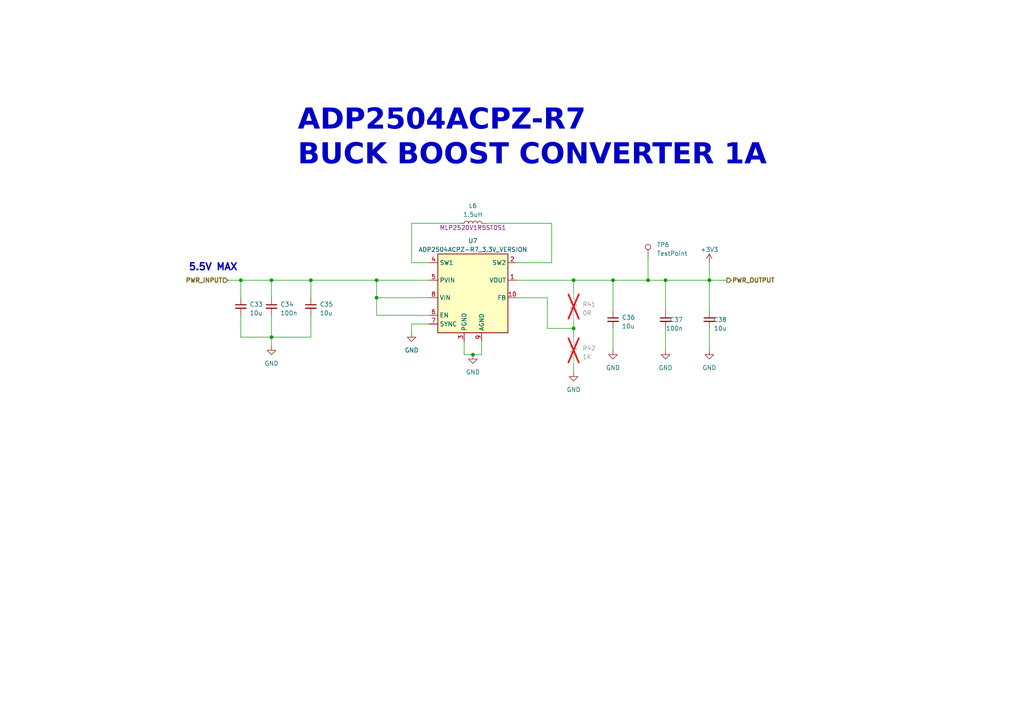
<source format=kicad_sch>
(kicad_sch (version 20230121) (generator eeschema)
  (paper "A4")
  (title_block (title "BIM BOARD") (date "2023-12-06") (rev "REV 2.0.0") (company "GEVITON") (comment 2 "Reviewed by: Timothy Kyalo") (comment 3 "Designed By: Robert Mutura") (comment 4 "BIM BOARD"))
  (lib_symbols
    (symbol "Connector:TestPoint" (pin_numbers hide) (pin_names (offset 0.762) hide)
      (property "Reference" "TP" (at 0 6.858 0))
      (property "Value" "TestPoint" (at 0 5.08 0))
      (symbol "TestPoint_0_1"
        (circle (center 0 3.302) (radius 0.762))
      )
      (symbol "TestPoint_1_1"
        (pin passive line (at 0 0 90) (length 2.54) (name "1") (number "1"))
      )
    )
    (symbol "Device:C_Small" (pin_numbers hide) (pin_names (offset 0.254) hide)
      (property "Reference" "C" (at 0.254 1.778 0))
      (property "Value" "C_Small" (at 0.254 -2.032 0))
      (symbol "C_Small_0_1"
        (polyline (pts (xy -1.524 -0.508) (xy 1.524 -0.508)) (stroke (width 0.3302)))
        (polyline (pts (xy -1.524 0.508) (xy 1.524 0.508)) (stroke (width 0.3048)))
      )
      (symbol "C_Small_1_1"
        (pin passive line (at 0 2.54 270) (length 2.032) (name "~") (number "1"))
        (pin passive line (at 0 -2.54 90) (length 2.032) (name "~") (number "2"))
      )
    )
    (symbol "Device:L" (pin_numbers hide) (pin_names (offset 1.016) hide)
      (property "Reference" "L" (at -1.27 0 90))
      (property "Value" "L" (at 1.905 0 90))
      (symbol "L_0_1"
        (arc (start 0 -2.54) (mid 0.6323 -1.905) (end 0 -1.27))
        (arc (start 0 -1.27) (mid 0.6323 -0.635) (end 0 0))
        (arc (start 0 0) (mid 0.6323 0.635) (end 0 1.27))
        (arc (start 0 1.27) (mid 0.6323 1.905) (end 0 2.54))
      )
      (symbol "L_1_1"
        (pin passive line (at 0 3.81 270) (length 1.27) (name "1") (number "1"))
        (pin passive line (at 0 -3.81 90) (length 1.27) (name "2") (number "2"))
      )
    )
    (symbol "Device:R_US" (pin_numbers hide) (pin_names (offset 0))
      (property "Reference" "R" (at 2.54 0 90))
      (property "Value" "R_US" (at -2.54 0 90))
      (symbol "R_US_0_1"
        (polyline (pts (xy 0 -2.286) (xy 0 -2.54)))
        (polyline (pts (xy 0 2.286) (xy 0 2.54)))
        (polyline (pts (xy 0 -0.762) (xy 1.016 -1.143) (xy 0 -1.524) (xy -1.016 -1.905) (xy 0 -2.286)))
        (polyline (pts (xy 0 0.762) (xy 1.016 0.381) (xy 0 0) (xy -1.016 -0.381) (xy 0 -0.762)))
        (polyline (pts (xy 0 2.286) (xy 1.016 1.905) (xy 0 1.524) (xy -1.016 1.143) (xy 0 0.762)))
      )
      (symbol "R_US_1_1"
        (pin passive line (at 0 3.81 270) (length 1.27) (name "~") (number "1"))
        (pin passive line (at 0 -3.81 90) (length 1.27) (name "~") (number "2"))
      )
    )
    (symbol "MCD_General:ADP2504ACPZ-R7"
      (property "Reference" "U" (at 0 5.08 0))
      (property "Value" "ADP2504ACPZ-R7" (at 0 2.54 0))
      (symbol "ADP2504ACPZ-R7_0_0"
        (pin passive line (at 12.7 -7.62 180) (length 2.54) (name "VOUT") (number "1"))
        (pin passive line (at 12.7 -12.7 180) (length 2.54) (name "FB") (number "10"))
        (pin passive line (at 12.7 -2.54 180) (length 2.54) (name "SW2") (number "2"))
        (pin power_in line (at -2.54 -25.4 90) (length 2.54) (name "PGND") (number "3"))
        (pin passive line (at -12.7 -2.54 0) (length 2.54) (name "SW1") (number "4"))
        (pin passive line (at -12.7 -7.62 0) (length 2.54) (name "PVIN") (number "5"))
        (pin passive line (at -12.7 -17.78 0) (length 2.54) (name "EN") (number "6"))
        (pin passive line (at -12.7 -20.32 0) (length 2.54) (name "SYNC") (number "7"))
        (pin passive line (at -12.7 -12.7 0) (length 2.54) (name "VIN") (number "8"))
        (pin power_out line (at 2.54 -25.4 90) (length 2.54) (name "AGND") (number "9"))
      )
      (symbol "ADP2504ACPZ-R7_1_1"
        (rectangle (start -10.16 0) (end 10.16 -22.86) (stroke (width 0.25)) (fill (type background)))
      )
    )
    (symbol "power:+3V3" (power) (pin_names (offset 0))
      (property "Value" "+3V3" (at 0 3.556 0))
      (symbol "+3V3_0_1"
        (polyline (pts (xy -0.762 1.27) (xy 0 2.54)))
        (polyline (pts (xy 0 0) (xy 0 2.54)))
        (polyline (pts (xy 0 2.54) (xy 0.762 1.27)))
      )
      (symbol "+3V3_1_1"
        (pin power_in line (at 0 0 90) (length 0) hide (name "+3V3") (number "1"))
      )
    )
    (symbol "power:GND" (power) (pin_names (offset 0))
      (property "Value" "GND" (at 0 -3.81 0))
      (symbol "GND_0_1"
        (polyline (pts (xy 0 0) (xy 0 -1.27) (xy 1.27 -1.27) (xy 0 -2.54) (xy -1.27 -1.27) (xy 0 -1.27)))
      )
      (symbol "GND_1_1"
        (pin power_in line (at 0 0 270) (length 0) hide (name "GND") (number "1"))
      )
    )
  )
  (junction (at 69.85 81.28))
  (junction (at 177.8 81.28))
  (junction (at 205.74 81.28))
  (junction (at 166.37 81.28))
  (junction (at 137.16 102.87))
  (junction (at 78.74 81.28))
  (junction (at 187.96 81.28))
  (junction (at 90.17 81.28))
  (junction (at 109.22 81.28))
  (junction (at 109.22 86.36))
  (junction (at 193.04 81.28))
  (junction (at 78.74 97.79))
  (junction (at 166.37 95.25))
  (wire (pts (xy 166.37 92.71) (xy 166.37 95.25)))
  (wire (pts (xy 187.96 81.28) (xy 193.04 81.28)))
  (wire (pts (xy 90.17 97.79) (xy 90.17 91.44)))
  (wire (pts (xy 69.85 97.79) (xy 78.74 97.79)))
  (wire (pts (xy 78.74 91.44) (xy 78.74 97.79)))
  (wire (pts (xy 149.86 81.28) (xy 166.37 81.28)))
  (wire (pts (xy 177.8 95.25) (xy 177.8 101.6)))
  (wire (pts (xy 109.22 86.36) (xy 109.22 91.44)))
  (wire (pts (xy 133.35 64.77) (xy 119.38 64.77)))
  (wire (pts (xy 205.74 81.28) (xy 210.82 81.28)))
  (wire (pts (xy 124.46 81.28) (xy 109.22 81.28)))
  (wire (pts (xy 166.37 95.25) (xy 166.37 97.79)))
  (wire (pts (xy 166.37 105.41) (xy 166.37 107.95)))
  (wire (pts (xy 134.62 99.06) (xy 134.62 102.87)))
  (wire (pts (xy 90.17 81.28) (xy 109.22 81.28)))
  (wire (pts (xy 69.85 81.28) (xy 78.74 81.28)))
  (wire (pts (xy 69.85 91.44) (xy 69.85 97.79)))
  (wire (pts (xy 119.38 64.77) (xy 119.38 76.2)))
  (wire (pts (xy 69.85 81.28) (xy 69.85 86.36)))
  (wire (pts (xy 109.22 86.36) (xy 124.46 86.36)))
  (wire (pts (xy 78.74 100.33) (xy 78.74 97.79)))
  (wire (pts (xy 119.38 93.98) (xy 124.46 93.98)))
  (wire (pts (xy 205.74 95.25) (xy 205.74 101.6)))
  (wire (pts (xy 134.62 102.87) (xy 137.16 102.87)))
  (wire (pts (xy 90.17 86.36) (xy 90.17 81.28)))
  (wire (pts (xy 119.38 96.52) (xy 119.38 93.98)))
  (wire (pts (xy 149.86 86.36) (xy 158.75 86.36)))
  (wire (pts (xy 158.75 95.25) (xy 166.37 95.25)))
  (wire (pts (xy 78.74 81.28) (xy 78.74 86.36)))
  (wire (pts (xy 193.04 95.25) (xy 193.04 101.6)))
  (wire (pts (xy 205.74 81.28) (xy 205.74 90.17)))
  (wire (pts (xy 160.02 76.2) (xy 160.02 64.77)))
  (wire (pts (xy 78.74 97.79) (xy 90.17 97.79)))
  (wire (pts (xy 160.02 64.77) (xy 140.97 64.77)))
  (wire (pts (xy 139.7 102.87) (xy 139.7 99.06)))
  (wire (pts (xy 187.96 74.93) (xy 187.96 81.28)))
  (wire (pts (xy 166.37 81.28) (xy 177.8 81.28)))
  (wire (pts (xy 166.37 85.09) (xy 166.37 81.28)))
  (wire (pts (xy 78.74 81.28) (xy 90.17 81.28)))
  (wire (pts (xy 137.16 102.87) (xy 139.7 102.87)))
  (wire (pts (xy 177.8 90.17) (xy 177.8 81.28)))
  (wire (pts (xy 66.04 81.28) (xy 69.85 81.28)))
  (wire (pts (xy 149.86 76.2) (xy 160.02 76.2)))
  (wire (pts (xy 193.04 81.28) (xy 205.74 81.28)))
  (wire (pts (xy 205.74 76.2) (xy 205.74 81.28)))
  (wire (pts (xy 158.75 86.36) (xy 158.75 95.25)))
  (wire (pts (xy 119.38 76.2) (xy 124.46 76.2)))
  (wire (pts (xy 109.22 91.44) (xy 124.46 91.44)))
  (wire (pts (xy 109.22 81.28) (xy 109.22 86.36)))
  (wire (pts (xy 193.04 81.28) (xy 193.04 90.17)))
  (wire (pts (xy 177.8 81.28) (xy 187.96 81.28)))
  (text "ADP2504ACPZ-R7\nBUCK BOOST CONVERTER 1A" (at 86.36 50.165 0) (effects (font (size 6 6) (thickness 1.2) bold) (justify left bottom)))
  (text "5.5V MAX" (at 54.61 78.74 0) (effects (font (size 2 2) bold) (justify left bottom)))
  (hierarchical_label "PWR_OUTPUT" (shape output) (at 210.82 81.28 0) (effects (font bold)))
  (hierarchical_label "PWR_INPUT" (shape input) (at 66.04 81.28 180) (effects (font bold)))
  (symbol (lib_id "power:GND") (at 205.74 101.6 0) (unit 1)
    (property "Reference" "#PWR067" (effects hide))
    (property "Value" "GND" (at 205.74 106.68 0))
  )
  (symbol (lib_id "power:GND") (at 166.37 107.95 0) (unit 1)
    (property "Reference" "#PWR069" (effects hide))
    (property "Value" "GND" (at 166.37 113.03 0))
  )
  (symbol (lib_id "power:GND") (at 193.04 101.6 0) (unit 1)
    (property "Reference" "#PWR066" (effects hide))
    (property "Value" "GND" (at 193.04 106.68 0))
  )
  (symbol (lib_id "power:GND") (at 177.8 101.6 0) (unit 1)
    (property "Reference" "#PWR065" (effects hide))
    (property "Value" "GND" (at 177.8 106.68 0))
  )
  (symbol (lib_id "Device:C_Small") (at 69.85 88.9 0) (unit 1)
    (property "Reference" "C33" (at 72.39 88.2713 0) (effects (justify left)))
    (property "Value" "10u" (at 72.39 90.8113 0) (effects (justify left)))
    (property "Footprint" "Capacitor_SMD:C_0402_1005Metric" (effects hide))
  )
  (symbol (lib_id "Device:C_Small") (at 177.8 92.71 0) (unit 1)
    (property "Reference" "C36" (at 180.34 92.0813 0) (effects (justify left)))
    (property "Value" "10u" (at 180.34 94.6213 0) (effects (justify left)))
    (property "Footprint" "Capacitor_SMD:C_0402_1005Metric" (effects hide))
  )
  (symbol (lib_id "Device:R_US") (at 166.37 88.9 0) (unit 1) (dnp yes)
    (property "Reference" "R41" (at 168.91 88.265 0) (effects (justify left)))
    (property "Value" "0R" (at 168.91 90.805 0) (effects (justify left)))
    (property "Footprint" "Resistor_SMD:R_0402_1005Metric" (effects hide))
  )
  (symbol (lib_id "Device:L") (at 137.16 64.77 90) (unit 1)
    (property "Reference" "L6" (at 137.16 59.69 90))
    (property "Value" "1.5uH" (at 137.16 62.23 90))
    (property "Footprint" "Inductor_SMD:L_1008_2520Metric_Pad1.43x2.20mm_HandSolder" (effects hide))
    (property "MPN" "MLP2520V1R5ST0S1" (at 137.16 66.04 90))
  )
  (symbol (lib_id "power:GND") (at 119.38 96.52 0) (unit 1)
    (property "Reference" "#PWR063" (effects hide))
    (property "Value" "GND" (at 119.38 101.6 0))
  )
  (symbol (lib_id "Device:C_Small") (at 205.74 92.71 0) (mirror y) (unit 1)
    (property "Reference" "C38" (at 210.82 92.71 0) (effects (justify left)))
    (property "Value" "10u" (at 210.82 95.25 0) (effects (justify left)))
    (property "Footprint" "Capacitor_SMD:C_0402_1005Metric" (effects hide))
  )
  (symbol (lib_id "Device:C_Small") (at 90.17 88.9 0) (unit 1)
    (property "Reference" "C35" (at 92.71 88.2713 0) (effects (justify left)))
    (property "Value" "10u" (at 92.71 90.8113 0) (effects (justify left)))
    (property "Footprint" "Capacitor_SMD:C_0402_1005Metric" (effects hide))
  )
  (symbol (lib_id "Connector:TestPoint") (at 187.96 74.93 0) (unit 1)
    (property "Reference" "TP6" (at 190.5 70.993 0) (effects (justify left)))
    (property "Value" "TestPoint" (at 190.5 73.533 0) (effects (justify left)))
    (property "Footprint" "brilliant-kicad-library:TestPoint_Pad_D0.9mm" (effects hide))
  )
  (symbol (lib_id "Device:R_US") (at 166.37 101.6 0) (unit 1) (dnp yes)
    (property "Reference" "R42" (at 168.91 100.965 0) (effects (justify left)))
    (property "Value" "1K" (at 168.91 103.505 0) (effects (justify left)))
    (property "Footprint" "Resistor_SMD:R_0402_1005Metric" (effects hide))
  )
  (symbol (lib_id "Device:C_Small") (at 193.04 92.71 0) (mirror y) (unit 1)
    (property "Reference" "C37" (at 198.12 92.71 0) (effects (justify left)))
    (property "Value" "100n" (at 198.12 95.25 0) (effects (justify left)))
    (property "Footprint" "Capacitor_SMD:C_0402_1005Metric" (effects hide))
  )
  (symbol (lib_id "power:GND") (at 78.74 100.33 0) (unit 1)
    (property "Reference" "#PWR064" (effects hide))
    (property "Value" "GND" (at 78.74 105.41 0))
  )
  (symbol (lib_id "power:GND") (at 137.16 102.87 0) (unit 1)
    (property "Reference" "#PWR068" (effects hide))
    (property "Value" "GND" (at 137.16 107.95 0))
  )
  (symbol (lib_id "power:+3V3") (at 205.74 76.2 0) (unit 1)
    (property "Reference" "#PWR062" (effects hide))
    (property "Value" "+3V3" (at 205.74 72.39 0))
  )
  (symbol (lib_id "MCD_General:ADP2504ACPZ-R7") (at 137.16 73.66 0) (unit 1)
    (property "Reference" "U7" (at 137.16 69.85 0))
    (property "Value" "ADP2504ACPZ-R7_3.3V_VERSION" (at 137.16 72.39 0))
    (property "Footprint" "Package_DFN_QFN:DFN-10-1EP_3x3mm_P0.5mm_EP1.7x2.5mm" (effects hide))
  )
  (symbol (lib_id "Device:C_Small") (at 78.74 88.9 0) (unit 1)
    (property "Reference" "C34" (at 81.28 88.2713 0) (effects (justify left)))
    (property "Value" "100n" (at 81.28 90.8113 0) (effects (justify left)))
    (property "Footprint" "Capacitor_SMD:C_0402_1005Metric" (effects hide))
  )
)
</source>
